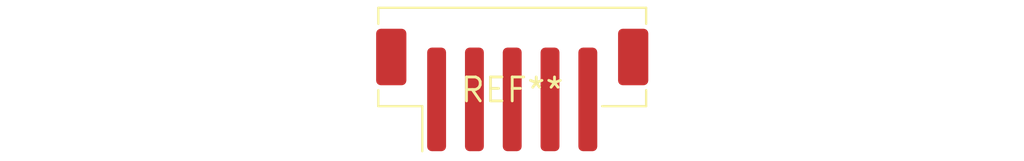
<source format=kicad_pcb>
(kicad_pcb (version 20240108) (generator pcbnew)
  (layers (0 "F.Cu" signal) (31 "B.Cu" signal) (34 "B.Paste" user) (35 "F.Paste" user) (36 "B.SilkS" user "B.Silkscreen") (37 "F.SilkS" user "F.Silkscreen") (38 "B.Mask" user) (39 "F.Mask" user) (44 "Edge.Cuts" user))
  (net 0 "")
  (footprint "JST_PH_B5B-PH-SM4-TB_1x05-1MP_P2.00mm_Vertical" (layer "F.Cu") (at 0 0)
    (property "Reference" "REF**")
    (property "Value" "JST_PH_B5B-PH-SM4-TB_1x05-1MP_P2.00mm_Vertical")
    (fp_line (start -7.085 -4.36) (end 7.085 -4.36) (layer "F.SilkS") (stroke (width 0.12)))
    (fp_line (start -7.085 -3.51) (end -7.085 -4.36) (layer "F.SilkS") (stroke (width 0.12)))
    (fp_line (start -7.085 0.01) (end -7.085 0.86) (layer "F.SilkS") (stroke (width 0.12)))
    (fp_line (start -7.085 0.86) (end -4.76 0.86) (layer "F.SilkS") (stroke (width 0.12)))
    (fp_line (start -4.76 0.86) (end -4.76 3.25) (layer "F.SilkS") (stroke (width 0.12)))
    (fp_line (start 7.085 -4.36) (end 7.085 -3.51) (layer "F.SilkS") (stroke (width 0.12)))
    (fp_line (start 7.085 0.01) (end 7.085 0.86) (layer "F.SilkS") (stroke (width 0.12)))
    (fp_line (start 7.085 0.86) (end 4.76 0.86) (layer "F.SilkS") (stroke (width 0.12)))
    (pad "1" smd roundrect (at -4 0.5) (size 1 5.5) (layers "F.Cu" "F.Paste" "F.Mask"))
    (pad "2" smd roundrect (at -2 0.5) (size 1 5.5) (layers "F.Cu" "F.Paste" "F.Mask"))
    (pad "3" smd roundrect (at 0 0.5) (size 1 5.5) (layers "F.Cu" "F.Paste" "F.Mask"))
    (pad "4" smd roundrect (at 2 0.5) (size 1 5.5) (layers "F.Cu" "F.Paste" "F.Mask"))
    (pad "5" smd roundrect (at 4 0.5) (size 1 5.5) (layers "F.Cu" "F.Paste" "F.Mask"))
    (pad "MP" smd roundrect (at -6.4 -1.75) (size 1.6 3) (layers "F.Cu" "F.Paste" "F.Mask") (roundrect_rratio 0.15625))
    (pad "MP" smd roundrect (at 6.4 -1.75) (size 1.6 3) (layers "F.Cu" "F.Paste" "F.Mask") (roundrect_rratio 0.15625))
  )
)
</source>
